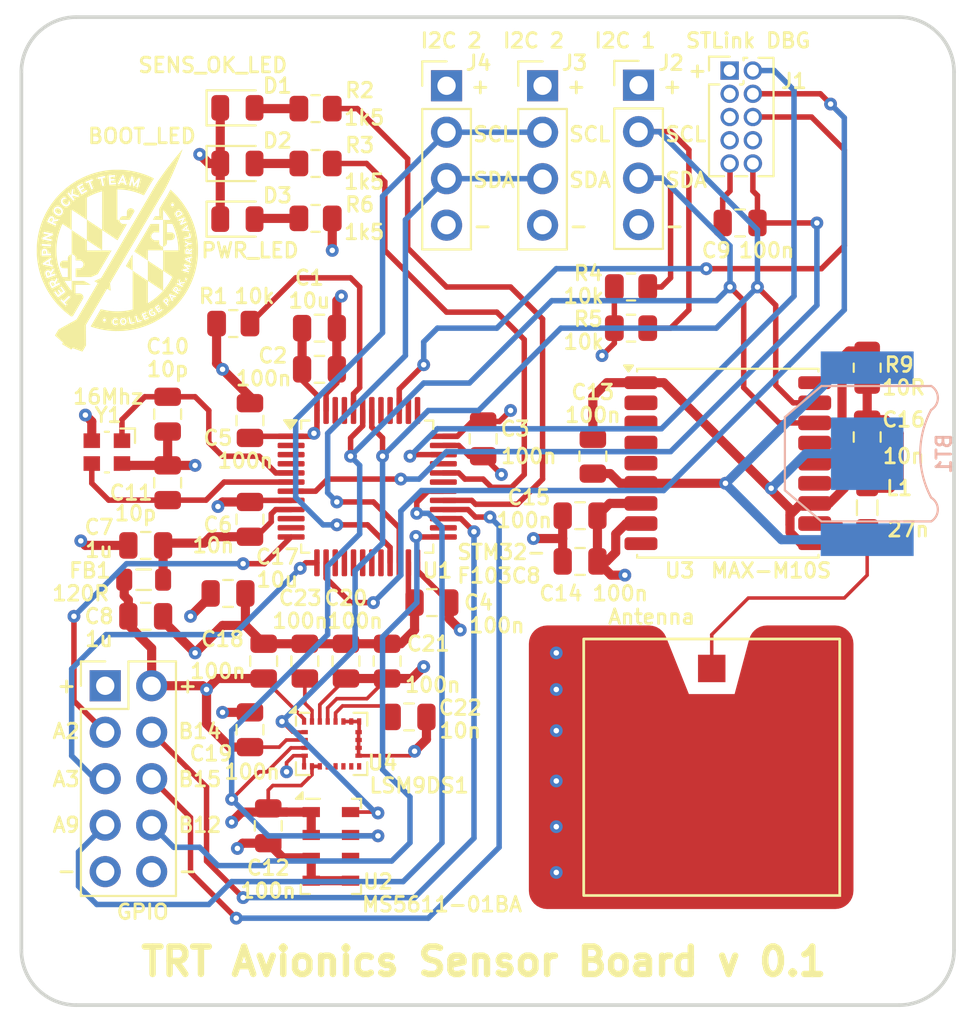
<source format=kicad_pcb>
(kicad_pcb (version 20240108) (generator "pcbnew") (generator_version "8.0")
  (layers (0 "F.Cu" signal) (1 "In1.Cu" power "Ground") (2 "In2.Cu" power "Voltage") (31 "B.Cu" signal) (34 "B.Paste" user) (35 "F.Paste" user) (36 "B.SilkS" user "B.Silkscreen") (37 "F.SilkS" user "F.Silkscreen") (38 "B.Mask" user) (39 "F.Mask" user) (44 "Edge.Cuts" user))
  (net 0 "")
  (net 1 "GND")
  (net 2 "+3.3V")
  (net 3 "/RCC_IN")
  (net 4 "/RCC_OUT")
  (net 5 "/BOOT0")
  (net 6 "/GPS/RF_IN")
  (net 7 "/GPS/V_BCKP")
  (net 8 "+3.3VA")
  (net 9 "NRST")
  (net 10 "/GPS/Antenna Power")
  (net 11 "Net-(U4-CAP)")
  (net 12 "Net-(U4-C1)")
  (net 13 "Net-(D1-A)")
  (net 14 "Net-(D2-A)")
  (net 15 "Net-(D3-A)")
  (net 16 "SWCLK")
  (net 19 "SWO")
  (net 20 "SWDIO")
  (net 21 "/SCL2")
  (net 22 "/SDA2")
  (net 23 "/SENS_OK_LED")
  (net 24 "/BOOT_LED")
  (net 25 "/GPS/VCC_RF")
  (net 26 "PA2")
  (net 33 "PB12")
  (net 37 "PA3")
  (net 39 "PB15")
  (net 46 "PB14")
  (net 50 "PA9")
  (net 52 "SCL1")
  (net 54 "SDA1")
  (footprint "Capacitor_SMD:C_0805_2012Metric" (layer "F.Cu") (at 92.2 84.25)
    (property "Reference" "C22")
    (property "Value" "10n")
  )
  (footprint "Capacitor_SMD:C_0805_2012Metric" (layer "F.Cu") (at 91 81.2 90)
    (property "Reference" "C21")
    (property "Value" "100n")
  )
  (footprint "LED_SMD:LED_0805_2012Metric" (layer "F.Cu") (at 82.8125 57.04)
    (property "Reference" "D3")
    (property "Value" "PWR_LED")
  )
  (footprint "Resistor_SMD:R_0805_2012Metric" (layer "F.Cu") (at 87.0875 57)
    (property "Reference" "R6")
    (property "Value" "1k5")
  )
  (footprint "Capacitor_SMD:C_0805_2012Metric" (layer "F.Cu") (at 83.5 68.05 90)
    (property "Reference" "C5")
    (property "Value" "100n")
  )
  (footprint "Package_LGA:LGA-24L_3x3.5mm_P0.43mm" (layer "F.Cu") (at 87.965 85.725)
    (property "Reference" "U4")
    (property "Value" "LSM9DS1")
  )
  (footprint "Capacitor_SMD:C_0805_2012Metric" (layer "F.Cu") (at 82.3 77.5)
    (property "Reference" "C17")
    (property "Value" "10u")
  )
  (footprint "Capacitor_SMD:C_0805_2012Metric" (layer "F.Cu") (at 77.8 78.75)
    (property "Reference" "C8")
    (property "Value" "1u")
  )
  (footprint "Connector_PinHeader_2.54mm:PinHeader_1x04_P2.54mm_Vertical" (layer "F.Cu") (at 99.5 49.75)
    (property "Reference" "J3")
    (property "Value" "Conn_01x04_Pin")
  )
  (footprint "MountingHole:MountingHole_2.2mm_M2" (layer "F.Cu") (at 74 49)
    (property "Reference" "H2")
    (property "Value" "MountingHole")
  )
  (footprint "LED_SMD:LED_0805_2012Metric" (layer "F.Cu") (at 82.8125 50.96)
    (property "Reference" "D1")
    (property "Value" "SENS_OK_LED")
  )
  (footprint "Resistor_SMD:R_0805_2012Metric" (layer "F.Cu") (at 117.25 65.1625 -90)
    (property "Reference" "R9")
    (property "Value" "10R")
  )
  (footprint "Capacitor_SMD:C_0805_2012Metric" (layer "F.Cu") (at 87.3 65.25)
    (property "Reference" "C2")
    (property "Value" "100n")
  )
  (footprint "MountingHole:MountingHole_2.2mm_M2" (layer "F.Cu") (at 119 97)
    (property "Reference" "H4")
    (property "Value" "MountingHole")
  )
  (footprint "Capacitor_SMD:C_0805_2012Metric" (layer "F.Cu") (at 79 67.7 -90)
    (property "Reference" "C10")
    (property "Value" "10p")
  )
  (footprint "Capacitor_SMD:C_0805_2012Metric" (layer "F.Cu") (at 110.3 57.25 180)
    (property "Reference" "C9")
    (property "Value" "100n")
  )
  (footprint "Connector_PinHeader_2.54mm:PinHeader_1x04_P2.54mm_Vertical" (layer "F.Cu") (at 94.25 49.75)
    (property "Reference" "J4")
    (property "Value" "Conn_01x04_Pin")
  )
  (footprint "Capacitor_SMD:C_0805_2012Metric" (layer "F.Cu") (at 87.3 63)
    (property "Reference" "C1")
    (property "Value" "10u")
  )
  (footprint "Capacitor_SMD:C_0805_2012Metric" (layer "F.Cu") (at 83.5 73.45 90)
    (property "Reference" "C6")
    (property "Value" "10n")
  )
  (footprint "RF_GPS:ublox_MAX" (layer "F.Cu") (at 109.63 70.38)
    (property "Reference" "U3")
    (property "Value" "MAX-M10S")
  )
  (footprint "MountingHole:MountingHole_2.2mm_M2" (layer "F.Cu") (at 74.12132 97.12132)
    (property "Reference" "H3")
    (property "Value" "MountingHole")
  )
  (footprint "Connector_PinHeader_1.27mm:PinHeader_2x05_P1.27mm_Vertical" (layer "F.Cu") (at 109.73 48.92)
    (property "Reference" "J1")
    (property "Value" "Conn_ARM_JTAG_SWD_10")
  )
  (footprint "Resistor_SMD:R_0805_2012Metric" (layer "F.Cu") (at 104.3375 60.75)
    (property "Reference" "R4")
    (property "Value" "10k")
  )
  (footprint "Resistor_SMD:R_0805_2012Metric" (layer "F.Cu") (at 87.0875 51)
    (property "Reference" "R2")
    (property "Value" "1k5")
  )
  (footprint "Capacitor_SMD:C_0805_2012Metric" (layer "F.Cu") (at 83.5 84.95 90)
    (property "Reference" "C19")
    (property "Value" "100n")
  )
  (footprint "Capacitor_SMD:C_0805_2012Metric" (layer "F.Cu") (at 79 71.45 90)
    (property "Reference" "C11")
    (property "Value" "10p")
  )
  (footprint "Package_LGA:LGA-8_3x5mm_P1.25mm" (layer "F.Cu") (at 87.925 91.325)
    (property "Reference" "U2")
    (property "Value" "MS5611-01BA")
  )
  (footprint "Resistor_SMD:R_0805_2012Metric" (layer "F.Cu") (at 104.3375 63)
    (property "Reference" "R5")
    (property "Value" "10k")
  )
  (footprint "Inductor_SMD:L_0805_2012Metric" (layer "F.Cu") (at 77.6875 76.75 180)
    (property "Reference" "FB1")
    (property "Value" "120R")
  )
  (footprint "Capacitor_SMD:C_0805_2012Metric" (layer "F.Cu") (at 117.25 68.95 -90)
    (property "Reference" "C16")
    (property "Value" "10n")
  )
  (footprint "Capacitor_SMD:C_0805_2012Metric" (layer "F.Cu") (at 84.5 90.2 -90)
    (property "Reference" "C12")
    (property "Value" "100n")
  )
  (footprint "Capacitor_SMD:C_0805_2012Metric" (layer "F.Cu") (at 77.8 74.875 180)
    (property "Reference" "C7")
    (property "Value" "1u")
  )
  (footprint "LED_SMD:LED_0805_2012Metric" (layer "F.Cu") (at 82.8125 54)
    (property "Reference" "D2")
    (property "Value" "BOOT_LED")
  )
  (footprint "Inductor_SMD:L_0805_2012Metric" (layer "F.Cu") (at 117.25 72.8125 -90)
    (property "Reference" "L1")
    (property "Value" "27n")
  )
  (footprint "Capacitor_SMD:C_0805_2012Metric" (layer "F.Cu") (at 88.75 81.2 90)
    (property "Reference" "C20")
    (property "Value" "100n")
  )
  (footprint "Connector_PinHeader_2.54mm:PinHeader_2x05_P2.54mm_Vertical" (layer "F.Cu") (at 75.585 82.545)
    (property "Reference" "J5")
    (property "Value" "GPIO")
  )
  (footprint "MountingHole:MountingHole_2.2mm_M2" (layer "F.Cu") (at 119 49)
    (property "Reference" "H1")
    (property "Value" "MountingHole")
  )
  (footprint "Capacitor_SMD:C_0805_2012Metric" (layer "F.Cu") (at 84.25 81.2 90)
    (property "Reference" "C18")
    (property "Value" "100n")
  )
  (footprint "Capacitor_SMD:C_0805_2012Metric" (layer "F.Cu") (at 101.55 73.25 180)
    (property "Reference" "C15")
    (property "Value" "100n")
  )
  (footprint "Connector_PinHeader_2.54mm:PinHeader_1x04_P2.54mm_Vertical" (layer "F.Cu") (at 104.75 49.72)
    (property "Reference" "J2")
    (property "Value" "Conn_01x04_Pin")
  )
  (footprint "Crystal:Crystal_SMD_Abracon_ABM10-4Pin_2.5x2.0mm" (layer "F.Cu") (at 75.675 69.775 -90)
    (property "Reference" "Y1")
    (property "Value" "16Mhz")
  )
  (footprint "Capacitor_SMD:C_0805_2012Metric" (layer "F.Cu") (at 101.55 75.75 180)
    (property "Reference" "C14")
    (property "Value" "100n")
  )
  (footprint "Capacitor_SMD:C_0805_2012Metric" (layer "F.Cu") (at 86.5 81.2 90)
    (property "Reference" "C23")
    (property "Value" "100n")
  )
  (footprint "Resistor_SMD:R_0805_2012Metric" (layer "F.Cu") (at 82.5875 62.75)
    (property "Reference" "R1")
    (property "Value" "10k")
  )
  (footprint "Capacitor_SMD:C_0805_2012Metric" (layer "F.Cu") (at 93.45 78 180)
    (property "Reference" "C4")
    (property "Value" "100n")
  )
  (footprint "PatchAntenna:SGGP.12.A" (layer "F.Cu") (at 108.242 89.076 180)
    (property "Reference" "Antenna1")
    (property "Value" "Antenna_Chip")
  )
  (footprint "Capacitor_SMD:C_0805_2012Metric" (layer "F.Cu") (at 96.25 69.05 -90)
    (property "Reference" "C3")
    (property "Value" "100n")
  )
  (footprint "Resistor_SMD:R_0805_2012Metric" (layer "F.Cu") (at 87.0875 54)
    (property "Reference" "R3")
    (property "Value" "1k5")
  )
  (footprint "Package_QFP:LQFP-48_7x7mm_P0.5mm" (layer "F.Cu") (at 89.9125 71.6625)
    (property "Reference" "U1")
    (property "Value" "STM32F103C8Tx")
  )
  (footprint "Capacitor_SMD:C_0805_2012Metric" (layer "F.Cu") (at 102.25 70 90)
    (property "Reference" "C13")
    (property "Value" "100n")
  )
  (footprint "LOGO" (layer "F.Cu") (at 76.250339 58.255512)
    (property "Reference" "G***" (hide yes))
    (property "Value" "LOGO" (hide yes))
  )
  (footprint "Battery:BatteryHolder_Keystone_2998_1x6.8mm" (layer "B.Cu") (at 117.25 69.8625 90)
    (property "Reference" "BT1")
    (property "Value" "Battery_Cell")
  )
  (gr_line (start 74 100) (end 119 100) (stroke (width 0.2)) (layer "Edge.Cuts"))
  (gr_line (start 122 97) (end 122 49) (stroke (width 0.2)) (layer "Edge.Cuts"))
  (gr_arc (start 71 49) (mid 71.87868 46.87868) (end 74 46) (stroke (width 0.2)) (layer "Edge.Cuts"))
  (gr_arc (start 119 46) (mid 121.12132 46.87868) (end 122 49) (stroke (width 0.2)) (layer "Edge.Cuts"))
  (gr_line (start 119 46) (end 74 46) (stroke (width 0.2)) (layer "Edge.Cuts"))
  (gr_line (start 71 49) (end 71 97) (stroke (width 0.2)) (layer "Edge.Cuts"))
  (gr_arc (start 74 100) (mid 71.87868 99.12132) (end 71 97) (stroke (width 0.2)) (layer "Edge.Cuts"))
  (gr_arc (start 122 97) (mid 121.12132 99.12132) (end 119 100) (stroke (width 0.2)) (layer "Edge.Cuts"))
  (gr_text "+" (at 72.875 83 0) (layer "F.SilkS") (effects (font (size 0.8 0.8) (thickness 0.153) (bold yes)) (justify left bottom)))
  (gr_text "Antenna" (at 103 79.25 0) (layer "F.SilkS") (effects (font (size 0.8 0.8) (thickness 0.153)) (justify left bottom)))
  (gr_text "I2C 1" (at 102.25 47.75 0) (layer "F.SilkS") (effects (font (size 0.8 0.8) (thickness 0.153)) (justify left bottom)))
  (gr_text "-" (at 79.5 93.125 0) (layer "F.SilkS") (effects (font (size 0.8 0.8) (thickness 0.153) (bold yes)) (justify left bottom)))
  (gr_text "+" (at 79.5 83 0) (layer "F.SilkS") (effects (font (size 0.8 0.8) (thickness 0.153) (bold yes)) (justify left bottom)))
  (gr_text "-" (at 95.625 57.875 0) (layer "F.SilkS") (effects (font (size 0.8 0.8) (thickness 0.153)) (justify left bottom)))
  (gr_text "-" (at 106.125 57.875 0) (layer "F.SilkS") (effects (font (size 0.8 0.8) (thickness 0.153)) (justify left bottom)))
  (gr_text "SDA" (at 106.125 55.375 0) (layer "F.SilkS") (effects (font (size 0.8 0.8) (thickness 0.153)) (justify left bottom)))
  (gr_text "SCL" (at 95.625 52.875 0) (layer "F.SilkS") (effects (font (size 0.8 0.8) (thickness 0.153)) (justify left bottom)))
  (gr_text "A3" (at 72.625 88.125 0) (layer "F.SilkS") (effects (font (size 0.8 0.8) (thickness 0.153) (bold yes)) (justify left bottom)))
  (gr_text "B15" (at 79.5 88.125 0) (layer "F.SilkS") (effects (font (size 0.8 0.8) (thickness 0.153) (bold yes)) (justify left bottom)))
  (gr_text "SCL" (at 100.875 52.875 0) (layer "F.SilkS") (effects (font (size 0.8 0.8) (thickness 0.153)) (justify left bottom)))
  (gr_text "SDA" (at 95.625 55.375 0) (layer "F.SilkS") (effects (font (size 0.8 0.8) (thickness 0.153)) (justify left bottom)))
  (gr_text "A2" (at 72.625 85.5 0) (layer "F.SilkS") (effects (font (size 0.8 0.8) (thickness 0.153) (bold yes)) (justify left bottom)))
  (gr_text "STLink DBG" (at 107.25 47.75 0) (layer "F.SilkS") (effects (font (size 0.8 0.8) (thickness 0.153)) (justify left bottom)))
  (gr_text "-" (at 72.875 93.125 0) (layer "F.SilkS") (effects (font (size 0.8 0.8) (thickness 0.153) (bold yes)) (justify left bottom)))
  (gr_text "SCL" (at 106.125 52.875 0) (layer "F.SilkS") (effects (font (size 0.8 0.8) (thickness 0.153)) (justify left bottom)))
  (gr_text "+" (at 107.375 49.375 0) (layer "F.SilkS") (effects (font (size 0.8 0.8) (thickness 0.153)) (justify left bottom)))
  (gr_text "+" (at 100.75 50.25 0) (layer "F.SilkS") (effects (font (size 0.8 0.8) (thickness 0.153)) (justify left bottom)))
  (gr_text "B12" (at 79.5 90.625 0) (layer "F.SilkS") (effects (font (size 0.8 0.8) (thickness 0.153) (bold yes)) (justify left bottom)))
  (gr_text "SDA" (at 100.875 55.375 0) (layer "F.SilkS") (effects (font (size 0.8 0.8) (thickness 0.153)) (justify left bottom)))
  (gr_text "STM32-\nF103C8\n" (at 94.75 77 0) (layer "F.SilkS") (effects (font (size 0.8 0.8) (thickness 0.153)) (justify left bottom)))
  (gr_text "A9\n" (at 72.625 90.625 0) (layer "F.SilkS") (effects (font (size 0.8 0.8) (thickness 0.153) (bold yes)) (justify left bottom)))
  (gr_text "GPIO" (at 76.125 95.375 0) (layer "F.SilkS") (effects (font (size 0.8 0.8) (thickness 0.153) (bold yes)) (justify left bottom)))
  (gr_text "I2C 2" (at 92.75 47.75 0) (layer "F.SilkS") (effects (font (size 0.8 0.8) (thickness 0.153)) (justify left bottom)))
  (gr_text "TRT Avionics Sensor Board v 0.1" (at 77.375 98.5 0) (layer "F.SilkS") (effects (font (size 1.5 1.5) (thickness 0.35) (bold yes)) (justify left bottom)))
  (gr_text "-" (at 100.875 57.875 0) (layer "F.SilkS") (effects (font (size 0.8 0.8) (thickness 0.153)) (justify left bottom)))
  (gr_text "+" (at 106 50.25 0) (layer "F.SilkS") (effects (font (size 0.8 0.8) (thickness 0.153)) (justify left bottom)))
  (gr_text "B14" (at 79.5 85.5 0) (layer "F.SilkS") (effects (font (size 0.8 0.8) (thickness 0.153) (bold yes)) (justify left bottom)))
  (gr_text "+" (at 95.5 50.25 0) (layer "F.SilkS") (effects (font (size 0.8 0.8) (thickness 0.153)) (justify left bottom)))
  (gr_text "I2C 2" (at 97.25 47.75 0) (layer "F.SilkS") (effects (font (size 0.8 0.8) (thickness 0.153)) (justify left bottom)))
  (segment (start 81.875 50.96) (end 81.875 54) (width 0.5) (layer "F.Cu") (net 1))
  (segment (start 100.6 73.25) (end 100.6 74.5) (width 0.5) (layer "F.Cu") (net 1))
  (segment (start 109.75 54.02) (end 109.73 54) (width 0.3) (layer "F.Cu") (net 1))
  (segment (start 83.5 84) (end 82 84) (width 0.5) (layer "F.Cu") (net 1))
  (segment (start 86.46 86.4) (end 86.46 86.95) (width 0.2) (layer "F.Cu") (net 1))
  (segment (start 89.04 84.5) (end 89.47 84.5) (width 0.2) (layer "F.Cu") (net 1))
  (segment (start 83.25 79.25) (end 84.25 80.25) (width 0.5) (layer "F.Cu") (net 1))
  (segment (start 79 70.5) (end 80.5 70.5) (width 0.5) (layer "F.Cu") (net 1))
  (segment (start 117.25 69.9) (end 116 71.15) (width 0.5) (layer "F.Cu") (net 1))
  (segment (start 94.91562 69.4125) (end 95.1625 69.65938) (width 0.3) (layer "F.Cu") (net 1))
  (segment (start 113.03 73.75) (end 113.03 72.88) (width 0.5) (layer "F.Cu") (net 1))
  (segment (start 86.85 93.2) (end 89 93.2) (width 0.5) (layer "F.Cu") (net 1))
  (segment (start 87.6625 66.5875) (end 88.25 66) (width 0.3) (layer "F.Cu") (net 1))
  (segment (start 74.85 68.1) (end 74.5 67.75) (width 0.5) (layer "F.Cu") (net 1))
  (segment (start 85.5 86.75) (end 85.88 86.37) (width 0.2) (layer "F.Cu") (net 1))
  (segment (start 88.25 61.5) (end 88.5 61.25) (width 0.5) (layer "F.Cu") (net 1))
  (segment (start 85.3 91.95) (end 84.5 91.15) (width 0.5) (layer "F.Cu") (net 1))
  (segment (start 96.25 70) (end 97.25 71) (width 0.3) (layer "F.Cu") (net 1))
  (segment (start 100.6 74.5) (end 100.6 75.75) (width 0.5) (layer "F.Cu") (net 1))
  (segment (start 92.5 86.125) (end 93.15 85.475) (width 0.5) (layer "F.Cu") (net 1))
  (segment (start 95.1625 69.65938) (end 95.1625 69.6625) (width 0.3) (layer "F.Cu") (net 1))
  (segment (start 86.85 91.95) (end 85.3 91.95) (width 0.5) (layer "F.Cu") (net 1))
  (segment (start 85.5 87.25) (end 85.5 86.75) (width 0.2) (layer "F.Cu") (net 1))
  (segment (start 95.5 70) (end 96.25 70) (width 0.3) (layer "F.Cu") (net 1))
  (segment (start 82 65.25) (end 81.675 64.925) (width 0.5) (layer "F.Cu") (net 1))
  (segment (start 88.25 63) (end 88.25 65.25) (width 0.5) (layer "F.Cu") (net 1))
  (segment (start 116 71.15) (end 116 71.75) (width 0.5) (layer "F.Cu") (net 1))
  (segment (start 93.15 85.475) (end 93.15 84.25) (width 0.5) (layer "F.Cu") (net 1))
  (segment (start 103.02 65.98) (end 102.25 66.75) (width 0.5) (layer "F.Cu") (net 1))
  (segment (start 115.17 72.58) (end 114.38 72.58) (width 0.5) (layer "F.Cu") (net 1))
  (segment (start 116 71.75) (end 115.17 72.58) (width 0.5) (layer "F.Cu") (net 1))
  (segment (start 74.5 74.875) (end 76.85 74.875) (width 0.5) (layer "F.Cu") (net 1))
  (segment (start 79 68.65) (end 79 70.5) (width 0.5) (layer "F.Cu") (net 1))
  (segment (start 92.1625 77.6625) (end 92.5 78) (width 0.3) (layer "F.Cu") (net 1))
  (segment (start 88.61 84.5) (end 89.04 84.5) (width 0.2) (layer "F.Cu") (net 1))
  (segment (start 80.5 80.75) (end 78.75 79) (width 0.5) (layer "F.Cu") (net 1))
  (segment (start 113.03 73.75) (end 113.03 73.20522) (width 0.5) (layer "F.Cu") (net 1))
  (segment (start 104.88 65.98) (end 103.02 65.98) (width 0.5) (layer "F.Cu") (net 1))
  (segment (start 109.35 57.25) (end 109.35 55.9) (width 0.3) (layer "F.Cu") (net 1))
  (segment (start 81.25 54) (end 80.75 53.5) (width 0.5) (layer "F.Cu") (net 1))
  (segment (start 94.075 69.4125) (end 94.91562 69.4125) (width 0.3) (layer "F.Cu") (net 1))
  (segment (start 76.6 70.5) (end 76.5 70.4) (width 0.5) (layer "F.Cu") (net 1))
  (segment (start 81.875 54) (end 81.25 54) (width 0.5) (layer "F.Cu") (net 1))
  (segment (start 92.255 86.37) (end 89.44 86.37) (width 0.2) (layer "F.Cu") (net 1))
  (segment (start 83.5 72.5) (end 82 72.5) (width 0.5) (layer "F.Cu") (net 1))
  (segment (start 102.25 66.75) (end 102.25 69.05) (width 0.5) (layer "F.Cu") (net 1))
  (segment (start 85.88 86.37) (end 86.49 86.37) (width 0.2) (layer "F.Cu") (net 1))
  (segment (start 89.44 85.08) (end 89.44 85.51) (width 0.2) (layer "F.Cu") (net 1))
  (segment (start 106.13 65.98) (end 104.88 65.98) (width 0.5) (layer "F.Cu") (net 1))
  (segment (start 85.75 72.4125) (end 83.3375 72.4125) (width 0.3) (layer "F.Cu") (net 1))
  (segment (start 113.03 74.15478) (end 113.03 73.75) (width 0.5) (layer "F.Cu") (net 1))
  (segment (start 74.85 69.15) (end 74.85 68.1) (width 0.5) (layer "F.Cu") (net 1))
  (segment (start 92.1625 75.825) (end 92.1625 77.6625) (width 0.3) (layer "F.Cu") (net 1))
  (segment (start 109.75 55.5) (end 109.75 54.02) (width 0.3) (layer "F.Cu") (net 1))
  (segment (start 113.65522 74.78) (end 113.03 74.15478) (width 0.5) (layer "F.Cu") (net 1))
  (segment (start 82 72.5) (end 81.75 72.75) (width 0.5) (layer "F.Cu") (net 1))
  (segment (start 113.03 72.88) (end 106.13 65.98) (width 0.5) (layer "F.Cu") (net 1))
  (segment (start 100.6 74.5) (end 99 74.5) (width 0.5) (layer "F.Cu") (net 1))
  (segment (start 86.49 86.37) (end 86.46 86.4) (width 0.2) (layer "F.Cu") (net 1))
  (segment (start 86.5 80.25) (end 88.75 80.25) (width 0.5) (layer "F.Cu") (net 1))
  (segment (start 89.44 85.94) (end 89.44 86.37) (width 0.2) (layer "F.Cu") (net 1))
  (segment (start 84.25 80.25) (end 86.5 80.25) (width 0.5) (layer "F.Cu") (net 1))
  (segment (start 92.5 79.5) (end 92.5 78) (width 0.5) (layer "F.Cu") (net 1))
  (segment (start 80.5 80.75) (end 82 79.25) (width 0.5) (layer "F.Cu") (net 1))
  (segment (start 78.75 79) (end 78.75 78.75) (width 0.5) (layer "F.Cu") (net 1))
  (segment (start 109.35 55.9) (end 109.75 55.5) (width 0.3) (layer "F.Cu") (net 1))
  (segment (start 83.5 67.1) (end 83.5 66.75) (width 0.5) (layer "F.Cu") (net 1))
  (segment (start 89.47 84.5) (end 89.47 85.05) (width 0.2) (layer "F.Cu") (net 1))
  (segment (start 83.3375 72.4125) (end 83.25 72.5) (width 0.3) (layer "F.Cu") (net 1))
  (segment (start 87.6625 67.5) (end 87.6625 66.5875) (width 0.3) (layer "F.Cu") (net 1))
  (segment (start 86.85 91.95) (end 86.85 93.2) (width 0.5) (layer "F.Cu") (net 1))
  (segment (start 88.75 80.25) (end 91 80.25) (width 0.5) (layer "F.Cu") (net 1))
  (segment (start 81.675 64.925) (end 81.675 62.75) (width 0.5) (layer "F.Cu") (net 1))
  (segment (start 91.75 80.25) (end 92.5 79.5) (width 0.5) (layer "F.Cu") (net 1))
  (segment (start 89.47 85.05) (end 89.44 85.08) (width 0.2) (layer "F.Cu") (net 1))
  (segment (start 92.5 86.125) (end 92.255 86.37) (width 0.2) (layer "F.Cu") (net 1))
  (segment (start 91 80.25) (end 91.75 80.25) (width 0.5) (layer "F.Cu") (net 1))
  (segment (start 74.25 74.625) (end 74.5 74.875) (width 0.5) (layer "F.Cu") (net 1))
  (segment (start 114.38 74.78) (end 113.65522 74.78) (width 0.5) (layer "F.Cu") (net 1))
  (segment (start 82.8125 91.4375) (end 83.1 91.15) (width 0.5) (layer "F.Cu") (net 1))
  (segment (start 82 79.25) (end 83.25 79.25) (width 0.5) (layer "F.Cu") (net 1))
  (segment (start 81.875 54) (end 81.875 57.04) (width 0.5) (layer "F.Cu") (net 1))
  (segment (start 113.65522 72.58) (end 114.38 72.58) (width 0.5) (layer "F.Cu") (net 1))
  (segment (start 113.03 73.20522) (end 113.65522 72.58) (width 0.5) (layer "F.Cu") (net 1))
  (segment (start 88.25 66) (end 88.25 65.25) (width 0.3) (layer "F.Cu") (net 1))
  (segment (start 89.44 85.51) (end 89.44 85.94) (width 0.2) (layer "F.Cu") (net 1))
  (segment (start 83.5 66.75) (end 82 65.25) (width 0.5) (layer "F.Cu") (net 1))
  (segment (start 83.1 91.15) (end 84.5 91.15) (width 0.5) (layer "F.Cu") (net 1))
  (segment (start 88.25 63) (end 88.25 61.5) (width 0.5) (layer "F.Cu") (net 1))
  (segment (start 79 70.5) (end 76.6 70.5) (width 0.5) (layer "F.Cu") (net 1))
  (segment (start 95.1625 69.6625) (end 95.5 70) (width 0.3) (layer "F.Cu") (net 1))
  (segment (start 83.25 77.5) (end 83.25 79.25) (width 0.5) (layer "F.Cu") (net 1))
  (via (at 100.25 80.75) (size 0.7) (drill 0.3) (layers "F.Cu" "B.Cu") (net 1))
  (via (at 92.5 86.125) (size 0.7) (drill 0.3) (layers "F.Cu" "B.Cu") (net 1))
  (via (at 100.25 87.75) (size 0.7) (drill 0.3) (layers "F.Cu" "B.Cu") (net 1))
  (via (at 100.25 85) (size 0.7) (drill 0.3) (layers "F.Cu" "B.Cu") (net 1))
  (via (at 82 84) (size 0.7) (drill 0.3) (layers "F.Cu" "B.Cu") (net 1))
  (via (at 80.75 53.5) (size 0.7) (drill 0.3) (layers "F.Cu" "B.Cu") (net 1))
  (via (at 100.25 92.75) (size 0.7) (drill 0.3) (layers "F.Cu" "B.Cu") (net 1))
  (via (at 100.25 90.25) (size 0.7) (drill 0.3) (layers "F.Cu" "B.Cu") (net 1))
  (via (at 82.8125 91.4375) (size 0.7) (drill 0.3) (layers "F.Cu" "B.Cu") (net 1))
  (via (at 74.5 67.75) (size 0.7) (drill 0.3) (layers "F.Cu" "B.Cu") (net 1))
  (via (at 80.5 80.75) (size 0.7) (drill 0.3) (layers "F.Cu" "B.Cu") (net 1))
  (via (at 97.25 71) (size 0.7) (drill 0.3) (layers "F.Cu" "B.Cu") (net 1))
  (via (at 81.75 72.75) (size 0.7) (drill 0.3) (layers "F.Cu" "B.Cu") (net 1))
  (via (at 85.5 87.25) (size 0.7) (drill 0.3) (layers "F.Cu" "B.Cu") (net 1))
  (via (at 80.5 70.5) (size 0.7) (drill 0.3) (layers "F.Cu" "B.Cu") (net 1))
  (via (at 74.25 74.625) (size 0.7) (drill 0.3) (layers "F.Cu" "B.Cu") (net 1))
  (via (at 88.5 61.25) (size 0.7) (drill 0.3) (layers "F.Cu" "B.Cu") (net 1))
  (via (at 99 74.5) (size 0.7) (drill 0.3) (layers "F.Cu" "B.Cu") (net 1))
  (via (at 112 71.75) (size 0.7) (drill 0.3) (layers "F.Cu" "B.Cu") (net 1))
  (via (at 100.25 82.75) (size 0.7) (drill 0.3) (layers "F.Cu" "B.Cu") (net 1))
  (via (at 82 65.25) (size 0.7) (drill 0.3) (layers "F.Cu" "B.Cu") (net 1))
  (segment (start 112 71.75) (end 113.8875 69.8625) (width 0.5) (layer "B.Cu") (net 1))
  (segment (start 113.8875 69.8625) (end 117.25 69.8625) (width 0.5) (layer "B.Cu") (net 1))
  (segment (start 80.25 78.75) (end 81.35 77.65) (width 0.5) (layer "F.Cu") (net 2))
  (segment (start 84.5 88.25) (end 84.75 88) (width 0.2) (layer "F.Cu") (net 2))
  (segment (start 87.32 83.58) (end 88.75 82.15) (width 0.2) (layer "F.Cu") (net 2))
  (segment (start 85.5 89.45) (end 84.7 89.45) (width 0.5) (layer "F.Cu") (net 2))
  (segment (start 88.9 82.15) (end 88.75 82.15) (width 0.2) (layer "F.Cu") (net 2))
  (segment (start 81.725 82.15) (end 84.25 82.15) (width 0.5) (layer "F.Cu") (net 2))
  (segment (start 94.075 68.9125) (end 94.8375 68.9125) (width 0.3) (layer "F.Cu") (net 2))
  (segment (start 103.17 72.58) (end 104.88 72.58) (width 0.5) (layer "F.Cu") (net 2))
  (segment (start 95.65 68.1) (end 96.25 68.1) (width 0.3) (layer "F.Cu") (net 2))
  (segment (start 94.4 78.9) (end 94.4 78) (width 0.5) (layer "F.Cu") (net 2))
  (segment (start 87.75 84.5) (end 87.75 83.75) (width 0.2) (layer "F.Cu") (net 2))
  (segment (start 103.425 60.75) (end 103.425 63) (width 0.3) (layer "F.Cu") (net 2))
  (segment (start 86.46 84.36) (end 84.25 82.15) (width 0.2) (layer "F.Cu") (net 2))
  (segment (start 76.85 78.75) (end 76.85 77.85) (width 0.5) (layer "F.Cu") (net 2))
  (segment (start 76.85 79.225) (end 78.125 80.5) (width 0.5) (layer "F.Cu") (net 2))
  (segment (start 93 81.5) (end 92.35 82.15) (width 0.5) (layer "F.Cu") (net 2))
  (segment (start 84.7 89.45) (end 84.5 89.25) (width 0.5) (layer "F.Cu") (net 2))
  (segment (start 88.25 83.25) (end 89.9 83.25) (width 0.2) (layer "F.Cu") (net 2))
  (segment (start 97.15 68.1) (end 97.75 67.5) (width 0.3) (layer "F.Cu") (net 2))
  (segment (start 86.8375 68.9125) (end 87 68.75) (width 0.3) (layer "F.Cu") (net 2))
  (segment (start 76.625 77.625) (end 76.625 76.75) (width 0.5) (layer "F.Cu") (net 2))
  (segment (start 84.5 89.25) (end 84.5 88.25) (width 0.2) (layer "F.Cu") (net 2))
  (segment (start 87.1625 67.5) (end 87.1625 68.5875) (width 0.3) (layer "F.Cu") (net 2))
  (segment (start 83.5875 68.9125) (end 83.5 69) (width 0.3) (layer "F.Cu") (net 2))
  (segment (start 94.8375 68.9125) (end 95.65 68.1) (width 0.3) (layer "F.Cu") (net 2))
  (segment (start 104.07 73.68) (end 103.5 74.25) (width 0.5) (layer "F.Cu") (net 2))
  (segment (start 95 79.5) (end 94.4 78.9) (width 0.5) (layer "F.Cu") (net 2))
  (segment (start 92.6625 76.2625) (end 94.4 78) (width 0.3) (layer "F.Cu") (net 2))
  (segment (start 85.75 68.9125) (end 83.5875 68.9125) (width 0.3) (layer "F.Cu") (net 2))
  (segment (start 102.5 75.75) (end 102.5 73.25) (width 0.5) (layer "F.Cu") (net 2))
  (segment (start 83.05 89.45) (end 85.5 89.45) (width 0.5) (layer "F.Cu") (net 2))
  (segment (start 89.9 83.25) (end 91 82.15) (width 0.2) (layer "F.Cu") (net 2))
  (segment (start 81.125 82.75) (end 81.725 82.15) (width 0.5) (layer "F.Cu") (net 2))
  (segment (start 86.85 89.45) (end 85.5 89.45) (width 0.5) (layer "F.Cu") (net 2))
  (segment (start 102.5 73.25) (end 103.17 72.58) (width 0.5) (layer "F.Cu") (net 2))
  (segment (start 87.1625 66.6625) (end 86.35 65.85) (width 0.3) (layer "F.Cu") (net 2))
  (segment (start 76.85 77.85) (end 76.625 77.625) (width 0.5) (layer "F.Cu") (net 2))
  (segment (start 84.75 88) (end 86.3 88) (width 0.2) (layer "F.Cu") (net 2))
  (segment (start 81.125 82.75) (end 81.125 84.625) (width 0.5) (layer "F.Cu") (net 2))
  (segment (start 82.4 85.9) (end 83.5 85.9) (width 0.5) (layer "F.Cu") (net 2))
  (segment (start 102.5 75.75) (end 103.25 76.5) (width 0.5) (layer "F.Cu") (net 2))
  (segment (start 76.85 78.75) (end 76.85 79.225) (width 0.5) (layer "F.Cu") (net 2))
  (segment (start 86.3 88) (end 86.89 87.41) (width 0.2) (layer "F.Cu") (net 2))
  (segment (start 103.25 76.5) (end 104 76.5) (width 0.5) (layer "F.Cu") (net 2))
  (segment (start 103 75.75) (end 102.5 75.75) (width 0.5) (layer "F.Cu") (net 2))
  (segment (start 103.425 63.825) (end 102.75 64.5) (width 0.3) (layer "F.Cu") (net 2))
  (segment (start 103.5 74.25) (end 103.5 75.25) (width 0.5) (layer "F.Cu") (net 2))
  (segment (start 85.1 85.9) (end 83.5 85.9) (width 0.2) (layer "F.Cu") (net 2))
  (segment (start 81.125 84.625) (end 82.4 85.9) (width 0.5) (layer "F.Cu") (net 2))
  (segment (start 87.32 86.95) (end 86.89 86.95) (width 0.2) (layer "F.Cu") (net 2))
  (segment (start 104.88 73.68) (end 104.07 73.68) (width 0.5) (layer "F.Cu") (net 2))
  (segment (start 103.425 63) (end 103.425 63.825) (width 0.3) (layer "F.Cu") (net 2))
  (segment (start 86.49 85.51) (end 85.49 85.51) (width 0.2) (layer "F.Cu") (net 2))
  (segment (start 86.35 65.85) (end 86.35 65.25) (width 0.3) (layer "F.Cu") (net 2))
  (segment (start 87.1625 68.5875) (end 87 68.75) (width 0.3) (layer "F.Cu") (net 2))
  (segment (start 78.125 80.5) (end 78.125 82.545) (width 0.5) (layer "F.Cu") (net 2))
  (segment (start 103.5 75.25) (end 103 75.75) (width 0.5) (layer "F.Cu") (net 2))
  (segment (start 85.49 85.51) (end 85.1 85.9) (width 0.2) (layer "F.Cu") (net 2))
  (segment (start 92 82.15) (end 91 82.15) (width 0.5) (layer "F.Cu") (net 2))
  (segment (start 92.35 82.15) (end 92 82.15) (width 0.5) (layer "F.Cu") (net 2))
  (segment (start 82.5 90) (end 83.05 89.45) (width 0.5) (layer "F.Cu") (net 2))
  (segment (start 85.75 68.9125) (end 86.8375 68.9125) (width 0.3) (layer "F.Cu") (net 2))
  (segment (start 86.46 84.5) (end 86.46 84.36) (width 0.2) (layer "F.Cu") (net 2))
  (segment (start 92 82.15) (end 88.75 82.15) (width 0.5) (layer "F.Cu") (net 2))
  (segment (start 87.1625 67.5) (end 87.1625 66.6625) (width 0.3) (layer "F.Cu") (net 2))
  (segment (start 88 57) (end 88 58.75) (width 0.5) (layer "F.Cu") (net 2))
  (segment (start 87.32 84.5) (end 87.32 83.58) (width 0.2) (layer "F.Cu") (net 2))
  (segment (start 81.125 82.75) (end 80.92 82.545) (width 0.5) (layer "F.Cu") (net 2))
  (segment (start 86.85 90.7) (end 86.85 89.45) (width 0.5) (layer "F.Cu") (net 2))
  (segment (start 96.25 68.1) (end 97.15 68.1) (width 0.3) (layer "F.Cu") (net 2))
  (segment (start 92.6625 75.825) (end 92.6625 76.2625) (width 0.3) (layer "F.Cu") (net 2))
  (segment (start 81.35 77.65) (end 81.35 77.5) (width 0.5) (layer "F.Cu") (net 2))
  (segment (start 80.92 82.545) (end 78.125 82.545) (width 0.5) (layer "F.Cu") (net 2))
  (segment (start 87.75 83.75) (end 88.25 83.25) (width 0.2) (layer "F.Cu") (net 2))
  (segment (start 86.35 63) (end 86.35 65.25) (width 0.5) (layer "F.Cu") (net 2))
  (segment (start 86.89 87.41) (end 86.89 86.95) (width 0.2) (layer "F.Cu") (net 2))
  (via (at 80.25 78.75) (size 0.7) (drill 0.3) (layers "F.Cu" "B.Cu") (net 2))
  (via (at 82.5 90) (size 0.7) (drill 0.3) (layers "F.Cu" "B.Cu") (net 2))
  (via (at 104 76.5) (size 0.7) (drill 0.3) (layers "F.Cu" "B.Cu") (net 2))
  (via (at 81.125 82.75) (size 0.7) (drill 0.3) (layers "F.Cu" "B.Cu") (net 2))
  (via (at 93 81.5) (size 0.7) (drill 0.3) (layers "F.Cu" "B.Cu") (net 2))
  (via (at 95 79.5) (size 0.7) (drill 0.3) (layers "F.Cu" "B.Cu") (net 2))
  (via (at 87 68.75) (size 0.7) (drill 0.3) (layers "F.Cu" "B.Cu") (net 2))
  (via (at 97.75 67.5) (size 0.7) (drill 0.3) (layers "F.Cu" "B.Cu") (net 2))
  (via (at 102.75 64.5) (size 0.7) (drill 0.3) (layers "F.Cu" "B.Cu") (net 2))
  (via (at 88 58.75) (size 0.7) (drill 0.3) (layers "F.Cu" "B.Cu") (net 2))
  (segment (start 85.75 70.9125) (end 84.90938 70.9125) (width 0.3) (layer "F.Cu") (net 3))
  (segment (start 83.99688 70) (end 82 70) (width 0.3) (layer "F.Cu") (net 3))
  (segment (start 77.75 66.75) (end 76.5 68) (width 0.3) (layer "F.Cu") (net 3))
  (segment (start 81.25 69.25) (end 81.25 67.5) (width 0.3) (layer "F.Cu") (net 3))
  (segment (start 84.90938 70.9125) (end 84.49844 70.50156) (width 0.3) (layer "F.Cu") (net 3))
  (segment (start 80.5 66.75) (end 79 66.75) (width 0.3) (layer "F.Cu") (net 3))
  (segment (start 76.5 68) (end 76.5 69.15) (width 0.3) (layer "F.Cu") (net 3))
  (segment (start 82 70) (end 81.25 69.25) (width 0.3) (layer "F.Cu") (net 3))
  (segment (start 84.25 70.25312) (end 83.99688 70) (width 0.3) (layer "F.Cu") (net 3))
  (segment (start 81.25 67.5) (end 80.5 66.75) (width 0.3) (layer "F.Cu") (net 3))
  (segment (start 79 66.75) (end 77.75 66.75) (width 0.3) (layer "F.Cu") (net 3))
  (segment (start 84.49844 70.50156) (end 84.25 70.25312) (width 0.3) (layer "F.Cu") (net 3))
  (segment (start 75.775 72.4) (end 74.85 71.475) (width 0.3) (layer "F.Cu") (net 4))
  (segment (start 79 72.4) (end 75.775 72.4) (width 0.3) (layer "F.Cu") (net 4))
  (segment (start 81.1 72.4) (end 79 72.4) (width 0.3) (layer "F.Cu") (net 4))
  (segment (start 82.0875 71.4125) (end 81.1 72.4) (width 0.3) (layer "F.Cu") (net 4))
  (segment (start 85.75 71.4125) (end 82.0875 71.4125) (width 0.3) (layer "F.Cu") (net 4))
  (segment (start 74.85 71.475) (end 74.85 70.4) (width 0.3) (layer "F.Cu") (net 4))
  (segment (start 83.5 62.75) (end 86 60.25) (width 0.3) (layer "F.Cu") (net 5))
  (segment (start 89 60.25) (end 89.5 60.75) (width 0.3) (layer "F.Cu") (net 5))
  (segment (start 89.1625 66.5875) (end 89.1625 67.5) (width 0.3) (layer "F.Cu") (net 5))
  (segment (start 89.5 60.75) (end 89.5 66.25) (width 0.3) (layer "F.Cu") (net 5))
  (segment (start 89.5 66.25) (end 89.1625 66.5875) (width 0.3) (layer "F.Cu") (net 5))
  (segment (start 86 60.25) (end 89 60.25) (width 0.3) (layer "F.Cu") (net 5))
  (segment (start 117.25 73.875) (end 116 73.875) (width 0.19) (layer "F.Cu") (net 6))
  (segment (start 110.75 77.75) (end 116 77.75) (width 0.19) (layer "F.Cu") (net 6))
  (segment (start 115.805 73.68) (end 114.38 73.68) (width 0.19) (layer "F.Cu") (net 6))
  (segment (start 108.75 81.6) (end 108.75 79.75) (width 0.19) (layer "F.Cu") (net 6))
  (segment (start 116 73.875) (end 115.805 73.68) (width 0.19) (layer "F.Cu") (net 6))
  (segment (start 108.75 79.75) (end 110.75 77.75) (width 0.19) (layer "F.Cu") (net 6))
  (segment (start 116 77.75) (end 117.25 76.5) (width 0.19) (layer "F.Cu") (net 6))
  (segment (start 117.25 76.5) (end 117.25 73.875) (width 0.19) (layer "F.Cu") (net 6))
  (segment (start 103.2 70.95) (end 102.25 70.95) (width 0.5) (layer "F.Cu") (net 7))
  (segment (start 104.88 71.48) (end 103.73 71.48) (width 0.5) (layer "F.Cu") (net 7))
  (segment (start 103.73 71.48) (end 103.2 70.95) (width 0.5) (layer "F.Cu") (net 7))
  (segment (start 109.5 71.48) (end 104.88 71.48) (width 0.5) (layer "F.Cu") (net 7))
  (via (at 109.5 71.48) (size 0.7) (drill 0.3) (layers "F.Cu" "B.Cu") (net 7))
  (segment (start 112.5625 74.5625) (end 117.25 74.5625) (width 0.5) (layer "B.Cu") (net 7))
  (segment (start 109.52 71.48) (end 115.8375 65.1625) (width 0.5) (layer "B.Cu") (net 7))
  (segment (start 115.8375 65.1625) (end 117.25 65.1625) (width 0.5) (layer "B.Cu") (net 7))
  (segment (start 109.5 71.48) (end 109.5 71.5) (width 0.5) (layer "B.Cu") (net 7))
  (segment (start 109.5 71.5) (end 112.5625 74.5625) (width 0.5) (layer "B.Cu") (net 7))
  (segment (start 109.5 71.48) (end 109.52 71.48) (width 0.5) (layer "B.Cu") (net 7))
  (segment (start 78.75 76.75) (end 78.75 74.75) (width 0.5) (layer "F.Cu") (net 8))
  (segment (start 84.6625 73.15938) (end 84.6625 73.5875) (width 0.3) (layer "F.Cu") (net 8))
  (segment (start 83.85 74.4) (end 83.25 74.4) (width 0.3) (layer "F.Cu") (net 8))
  (segment (start 81.35 74.4) (end 83.5 74.4) (width 0.5) (layer "F.Cu") (net 8))
  (segment (start 78.75 74.75) (end 81 74.75) (width 0.5) (layer "F.Cu") (net 8))
  (segment (start 85.75 72.9125) (end 84.90938 72.9125) (width 0.3) (layer "F.Cu") (net 8))
  (segment (start 84.90938 72.9125) (end 84.6625 73.15938) (width 0.3) (layer "F.Cu") (net 8))
  (segment (start 84.6625 73.5875) (end 83.85 74.4) (width 0.3) (layer "F.Cu") (net 8))
  (segment (start 81 74.75) (end 81.35 74.4) (width 0.5) (layer "F.Cu") (net 8))
  (segment (start 85.75 71.9125) (end 87.0875 71.9125) (width 0.3) (layer "F.Cu") (net 9))
  (segment (start 111.25 57.25) (end 111.25 55.75) (width 0.3) (layer "F.Cu") (net 9))
  (segment (start 111.25 55.75) (end 111 55.5) (width 0.3) (layer "F.Cu") (net 9))
  (segment (start 87.0875 71.9125) (end 87.75 71.25) (width 0.3) (layer "F.Cu") (net 9))
  (segment (start 87.75 71.25) (end 91.75 71.25) (width 0.3) (layer "F.Cu") (net 9))
  (segment (start 111 55.5) (end 111 54) (width 0.3) (layer "F.Cu") (net 9))
  (segment (start 114.5 57.25) (end 111.25 57.25) (width 0.3) (layer "F.Cu") (net 9))
  (via (at 91.75 71.25) (size 0.7) (drill 0.3) (layers "F.Cu" "B.Cu") (net 9))
  (via (at 114.5 57.25) (size 0.7) (drill 0.3) (layers "F.Cu" "B.Cu") (net 9))
  (segment (start 92.75 71.25) (end 91.75 71.25) (width 0.3) (layer "B.Cu") (net 9))
  (segment (start 114.5 57.25) (end 114.5 61.75) (width 0.3) (layer "B.Cu") (net 9))
  (segment (start 114.5 61.75) (end 106.5 69.75) (width 0.3) (layer "B.Cu") (net 9))
  (segment (start 94.25 69.75) (end 92.75 71.25) (width 0.3) (layer "B.Cu") (net 9))
  (segment (start 106.5 69.75) (end 94.25 69.75) (width 0.3) (layer "B.Cu") (net 9))
  (segment (start 117.25 66.075) (end 117.25 68) (width 0.5) (layer "F.Cu") (net 10))
  (segment (start 118.25 68) (end 119 68.75) (width 0.5) (layer "F.Cu") (net 10))
  (segment (start 118.5 71.75) (end 117.25 71.75) (width 0.5) (layer "F.Cu") (net 10))
  (segment (start 119 68.75) (end 119 71.25) (width 0.5) (layer "F.Cu") (net 10))
  (segment (start 117.25 68) (end 118.25 68) (width 0.5) (layer "F.Cu") (net 10))
  (segment (start 119 71.25) (end 118.5 71.75) (width 0.5) (layer "F.Cu") (net 10))
  (segment (start 90.65 83.65) (end 91.25 84.25) (width 0.2) (layer "F.Cu") (net 11))
  (segment (start 88.18 84.5) (end 88.18 84.030686) (width 0.2) (layer "F.Cu") (net 11))
  (segment (start 88.560686 83.65) (end 90.65 83.65) (width 0.2) (layer "F.Cu") (net 11))
  (segment (start 88.18 84.030686) (end 88.560686 83.65) (width 0.2) (layer "F.Cu") (net 11))
  (segment (start 86.5 83.5) (end 86.5 82.15) (width 0.2) (layer "F.Cu") (net 12))
  (segment (start 86.89 83.89) (end 86.5 83.5) (width 0.2) (layer "F.Cu") (net 12))
  (segment (start 86.46 82.19) (end 86.5 82.15) (width 0.2) (layer "F.Cu") (net 12))
  (segment (start 86.89 84.5) (end 86.89 83.89) (width 0.2) (layer "F.Cu") (net 12))
  (segment (start 83.79 51) (end 83.75 50.96) (width 0.5) (layer "F.Cu") (net 13))
  (segment (start 86.175 51) (end 83.79 51) (width 0.5) (layer "F.Cu") (net 13))
  (segment (start 86.175 54) (end 83.75 54) (width 0.5) (layer "F.Cu") (net 14))
  (segment (start 86.175 57) (end 83.79 57) (width 0.5) (layer "F.Cu") (net 15))
  (segment (start 83.79 57) (end 83.75 57.04) (width 0.5) (layer "F.Cu") (net 15))
  (segment (start 114.69 50.19) (end 111 50.19) (width 0.3) (layer "F.Cu") (net 16))
  (segment (start 87.6625 76.66562) (end 88.99688 78) (width 0.3) (layer "F.Cu") (net 16))
  (segment (start 115.25 50.75) (end 114.69 50.19) (width 0.3) (layer "F.Cu") (net 16))
  (segment (start 87.6625 75.825) (end 87.6625 76.66562) (width 0.3) (layer "F.Cu") (net 16))
  (segment (start 88.99688 78) (end 90.25 78) (width 0.3) (layer "F.Cu") (net 16))
  (via (at 115.25 50.75) (size 0.7) (drill 0.3) (layers "F.Cu" "B.Cu") (net 16))
  (via (at 90.25 78) (size 0.7) (drill 0.3) (layers "F.Cu" "B.Cu") (net 16))
  (segment (start 91.75 73) (end 91.75 76.5) (width 0.3) (layer "B.Cu") (net 16))
  (segment (start 106.125 71.875) (end 92.875 71.875) (width 0.3) (layer "B.Cu") (net 16))
  (segment (start 116 62) (end 106.125 71.875) (width 0.3) (layer "B.Cu") (net 16))
  (segment (start 92.875 71.875) (end 91.75 73) (width 0.3) (layer "B.Cu") (net 16))
  (segment (start 91.75 76.5) (end 90.25 78) (width 0.3) (layer "B.Cu") (net 16))
  (segment (start 116 51.5) (end 116 62) (width 0.3) (layer "B.Cu") (net 16))
  (segment (start 115.25 50.75) (end 116 51.5) (width 0.3) (layer "B.Cu") (net 16))
  (segment (start 114.21 51.46) (end 111 51.46) (width 0.3) (layer "F.Cu") (net 19))
  (segment (start 116 53.25) (end 114.21 51.46) (width 0.3) (layer "F.Cu") (net 19))
  (segment (start 114.75 59.75) (end 116 58.5) (width 0.3) (layer "F.Cu") (net 19))
  (segment (start 108.45 59.75) (end 114.75 59.75) (width 0.3) (layer "F.Cu") (net 19))
  (segment (start 91.6625 67.5) (end 91.6625 66.3375) (width 0.3) (layer "F.Cu") (net 19))
  (segment (start 116 58.5) (end 116 53.25) (width 0.3) (layer "F.Cu") (net 19))
  (segment (start 91.6625 66.3375) (end 93 65) (width 0.3) (layer "F.Cu") (net 19))
  (via (at 93 65) (size 0.7) (drill 0.3) (layers "F.Cu" "B.Cu") (net 19))
  (via (at 108.45 59.75) (size 0.7) (drill 0.3) (layers "F.Cu" "B.Cu") (net 19))
  (segment (start 93 65) (end 93 63.75) (width 0.3) (layer "B.Cu") (net 19))
  (segment (start 100.25 59.75) (end 108.45 59.75) (width 0.3) (layer "B.Cu") (net 19))
  (segment (start 97 63) (end 100.25 59.75) (width 0.3) (layer "B.Cu") (net 19))
  (segment (start 93.75 63) (end 97 63) (width 0.3) (layer "B.Cu") (net 19))
  (segment (start 93 63.75) (end 93.75 63) (width 0.3) (layer "B.Cu") (net 19))
  (segment (start 92.3375 69.9125) (end 92.25 70) (width 0.3) (layer "F.Cu") (net 20))
  (segment (start 94.075 69.9125) (end 92.3375 69.9125) (width 0.3) (layer "F.Cu") (net 20))
  (via (at 92.25 70) (size 0.7) (drill 0.3) (layers "F.Cu" "B.Cu") (net 20))
  (segment (start 113.25 50) (end 112.17 48.92) (width 0.3) (layer "B.Cu") (net 20))
  (segment (start 92.25 70) (end 93.75 68.5) (width 0.3) (layer "B.Cu") (net 20))
  (segment (start 93.75 68.5) (end 106 68.5) (width 0.3) (layer "B.Cu") (net 20))
  (segment (start 106 68.5) (end 113.25 61.25) (width 0.3) (layer "B.Cu") (net 20))
  (segment (start 113.25 61.25) (end 113.25 50) (width 0.3) (layer "B.Cu") (net 20))
  (segment (start 112.17 48.92) (end 111 48.92) (width 0.3) (layer "B.Cu") (net 20))
  (segment (start 89.92812 73.75) (end 88.25 73.75) (width 0.3) (layer "F.Cu") (net 21))
  (segment (start 91.1625 75.825) (end 91.1625 74.98438) (width 0.3) (layer "F.Cu") (net 21))
  (segment (start 91.1625 74.98438) (end 89.92812 73.75) (width 0.3) (layer "F.Cu") (net 21))
  (via (at 88.25 73.75) (size 0.7) (drill 0.3) (layers "F.Cu" "B.Cu") (net 21))
  (segment (start 94.25 52.29) (end 99.5 52.29) (width 0.3) (layer "B.Cu") (net 21))
  (segment (start 90.75 55.79) (end 94.25 52.29) (width 0.3) (layer "B.Cu") (net 21))
  (segment (start 86 72.25) (end 86 68) (width 0.3) (layer "B.Cu") (net 21))
  (segment (start 86 68) (end 90.75 63.25) (width 0.3) (layer "B.Cu") (net 21))
  (segment (start 87.5 73.75) (end 86 72.25) (width 0.3) (layer "B.Cu") (net 21))
  (segment (start 90.75 63.25) (end 90.75 55.79) (width 0.3) (layer "B.Cu") (net 21))
  (segment (start 88.25 73.75) (end 87.5 73.75) (width 0.3) (layer "B.Cu") (net 21))
  (segment (start 91.6625 75.825) (end 91.6625 73.9125) (width 0.3) (layer "F.Cu") (net 22))
  (segment (start 90.25 72.5) (end 88.25 72.5) (width 0.3) (layer "F.Cu") (net 22))
  (segment (start 91.6625 73.9125) (end 90.25 72.5) (width 0.3) (layer "F.Cu") (net 22))
  (via (at 88.25 72.5) (size 0.7) (drill 0.3) (layers "F.Cu" "B.Cu") (net 22))
  (segment (start 87.75 72) (end 87.75 68.75) (width 0.3) (layer "B.Cu") (net 22))
  (segment (start 92 57.08) (end 94.25 54.83) (width 0.3) (layer "B.Cu") (net 22))
  (segment (start 92 64.5) (end 92 57.08) (width 0.3) (layer "B.Cu") (net 22))
  (segment (start 87.75 68.75) (end 92 64.5) (width 0.3) (layer "B.Cu") (net 22))
  (segment (start 88.25 72.5) (end 87.75 72) (width 0.3) (layer "B.Cu") (net 22))
  (segment (start 94.25 54.83) (end 99.5 54.83) (width 0.3) (layer "B.Cu") (net 22))
  (segment (start 92.125 58.625) (end 92.125 53.75) (width 0.3) (layer "F.Cu") (net 23))
  (segment (start 97.75 60.75) (end 94.25 60.75) (width 0.3) (layer "F.Cu") (net 23))
  (segment (start 99.5 62.5) (end 97.75 60.75) (width 0.3) (layer "F.Cu") (net 23))
  (segment (start 95.625 72.4125) (end 95.8375 72.625) (width 0.3) (layer "F.Cu") (net 23))
  (segment (start 89.375 51) (end 88 51) (width 0.3) (layer "F.Cu") (net 23))
  (segment (start 99.5 71.25) (end 99.5 62.5) (width 0.3) (layer "F.Cu") (net 23))
  (segment (start 98.125 72.625) (end 99.5 71.25) (width 0.3) (layer "F.Cu") (net 23))
  (segment (start 94.075 72.4125) (end 95.625 72.4125) (width 0.3) (layer "F.Cu") (net 23))
  (segment (start 95.8375 72.625) (end 98.125 72.625) (width 0.3) (layer "F.Cu") (net 23))
  (segment (start 94.25 60.75) (end 92.125 58.625) (width 0.3) (layer "F.Cu") (net 23))
  (segment (start 92.125 53.75) (end 89.375 51) (width 0.3) (layer "F.Cu") (net 23))
  (segment (start 90.875 58.75) (end 90.875 55) (width 0.3) (layer "F.Cu") (net 24))
  (segment (start 94.075 70.9125) (end 94.91562 70.9125) (width 0.3) (layer "F.Cu") (net 24))
  (segment (start 94.91562 70.9125) (end 95.25312 71.25) (width 0.3) (layer "F.Cu") (net 24))
  (segment (start 95.25312 71.25) (end 96.25 71.25) (width 0.3) (layer "F.Cu") (net 24))
  (segment (start 94.25 62.125) (end 90.875 58.75) (width 0.3) (layer "F.Cu") (net 24))
  (segment (start 90.875 55) (end 89.875 54) (width 0.3) (layer "F.Cu") (net 24))
  (segment (start 89.875 54) (end 88 54) (width 0.3) (layer "F.Cu") (net 24))
  (segment (start 98.5 71) (end 98.5 63.625) (width 0.3) (layer "F.Cu") (net 24))
  (segment (start 97.8 71.7) (end 98.5 71) (width 0.3) (layer "F.Cu") (net 24))
  (segment (start 96.7 71.7) (end 97.8 71.7) (width 0.3) (layer "F.Cu") (net 24))
  (segment (start 97 62.125) (end 94.25 62.125) (width 0.3) (layer "F.Cu") (net 24))
  (segment (start 96.25 71.25) (end 96.7 71.7) (width 0.3) (layer "F.Cu") (net 24))
  (segment (start 98.5 63.625) (end 97 62.125) (width 0.3) (layer "F.Cu") (net 24))
  (segment (start 115.875 64.625) (end 116.25 64.25) (width 0.5) (layer "F.Cu") (net 25))
  (segment (start 114.38 70.38) (end 115.28 70.38) (width 0.5) (layer "F.Cu") (net 25))
  (segment (start 115.875 69.785) (end 115.875 64.625) (width 0.5) (layer "F.Cu") (net 25))
  (segment (start 116.25 64.25) (end 117.25 64.25) (width 0.5) (layer "F.Cu") (net 25))
  (segment (start 115.28 70.38) (end 115.875 69.785) (width 0.5) (layer "F.Cu") (net 25))
  (segment (start 85.75 74.4125) (end 84.2875 75.875) (width 0.3) (layer "F.Cu") (net 26))
  (segment (start 73.875 83.375) (end 75.585 85.085) (width 0.3) (layer "F.Cu") (net 26))
  (segment (start 84.2875 75.875) (end 83.125 75.875) (width 0.3) (layer "F.Cu") (net 26))
  (segment (start 73.875 78.75) (end 73.875 83.375) (width 0.3) (layer "F.Cu") (net 26))
  (via (at 83.125 75.875) (size 0.7) (drill 0.3) (layers "F.Cu" "B.Cu") (net 26))
  (via (at 73.875 78.75) (size 0.7) (drill 0.3) (layers "F.Cu" "B.Cu") (net 26))
  (segment (start 76.75 75.875) (end 73.875 78.75) (width 0.3) (layer "B.Cu") (net 26))
  (segment (start 83.125 75.875) (end 76.75 75.875) (width 0.3) (layer "B.Cu") (net 26))
  (segment (start 92.602526 74.4125) (end 94.075 74.4125) (width 0.3) (layer "F.Cu") (net 33))
  (segment (start 92.575 74.384974) (end 92.602526 74.4125) (width 0.3) (layer "F.Cu") (net 33))
  (via (at 92.575 74.384974) (size 0.7) (drill 0.3) (layers "F.Cu" "B.Cu") (net 33))
  (segment (start 92.625 78) (end 90.75 79.875) (width 0.3) (layer "B.Cu") (net 33))
  (segment (start 79.335 91.375) (end 78.125 90.165) (width 0.3) (layer "B.Cu") (net 33))
  (segment (start 92.25 91.125) (end 91.25 92.125) (width 0.3) (layer "B.Cu") (net 33))
  (segment (start 84.5 92.125) (end 84.25 92.375) (width 0.3) (layer "B.Cu") (net 33))
  (segment (start 84.25 92.375) (end 81.75 92.375) (width 0.3) (layer "B.Cu") (net 33))
  (segment (start 92.625 74.434974) (end 92.625 78) (width 0.3) (layer "B.Cu") (net 33))
  (segment (start 90.75 87.125) (end 92.25 88.625) (width 0.3) (layer "B.Cu") (net 33))
  (segment (start 92.25 88.625) (end 92.25 91.125) (width 0.3) (layer "B.Cu") (net 33))
  (segment (start 81.75 92.375) (end 80.75 91.375) (width 0.3) (layer "B.Cu") (net 33))
  (segment (start 80.75 91.375) (end 79.335 91.375) (width 0.3) (layer "B.Cu") (net 33))
  (segment (start 90.75 79.875) (end 90.75 87.125) (width 0.3) (layer "B.Cu") (net 33))
  (segment (start 91.25 92.125) (end 84.5 92.125) (width 0.3) (layer "B.Cu") (net 33))
  (segment (start 92.575 74.384974) (end 92.625 74.434974) (width 0.3) (layer "B.Cu") (net 33))
  (segment (start 87.1625 75.825) (end 86.55 75.825) (width 0.3) (layer "F.Cu") (net 37))
  (segment (start 86.55 75.825) (end 86.25 76.125) (width 0.3) (layer "F.Cu") (net 37))
  (via (at 86.25 76.125) (size 0.7) (drill 0.3) (layers "F.Cu" "B.Cu") (net 37))
  (segment (start 82.625 79.75) (end 75.625 79.75) (width 0.3) (layer "B.Cu") (net 37))
  (segment (start 73.75 81.625) (end 73.75 86.375) (width 0.3) (layer "B.Cu") (net 37))
  (segment (start 86.25 76.125) (end 82.625 79.75) (width 0.3) (layer "B.Cu") (net 37))
  (segment (start 73.75 86.375) (end 75 87.625) (width 0.3) (layer "B.Cu") (net 37))
  (segment (start 75.625 79.75) (end 73.75 81.625) (width 0.3) (layer "B.Cu") (net 37))
  (segment (start 75 87.625) (end 75.585 87.625) (width 0.3) (layer "B.Cu") (net 37))
  (segment (start 94.075 72.9125) (end 95.417893 72.9125) (width 0.3) (layer "F.Cu") (net 39))
  (segment (start 80.25 92.75) (end 80.25 89.75) (width 0.3) (layer "F.Cu") (net 39))
  (segment (start 95.417893 72.9125) (end 95.830393 73.325) (width 0.3) (layer "F.Cu") (net 39))
  (segment (start 80.25 89.75) (end 78.125 87.625) (width 0.3) (layer "F.Cu") (net 39))
  (segment (start 82.75 95.25) (end 80.25 92.75) (width 0.3) (layer "F.Cu") (net 39))
  (segment (start 95.830393 73.325) (end 96.625 73.325) (width 0.3) (layer "F.Cu") (net 39))
  (via (at 82.75 95.25) (size 0.7) (drill 0.3) (layers "F.Cu" "B.Cu") (net 39))
  (via (at 96.625 73.325) (size 0.7) (drill 0.3) (layers "F.Cu" "B.Cu") (net 39))
  (segment (start 97.125 73.825) (end 96.625 73.325) (width 0.3) (layer "B.Cu") (net 39))
  (segment (start 97.125 91.375) (end 97.125 73.825) (width 0.3) (layer "B.Cu") (net 39))
  (segment (start 82.75 95.25) (end 93.25 95.25) (width 0.3) (layer "B.Cu") (net 39))
  (segment (start 93.25 95.25) (end 97.125 91.375) (width 0.3) (layer "B.Cu") (net 39))
  (segment (start 94.075 73.4125) (end 95.0375 73.4125) (width 0.3) (layer "F.Cu") (net 46))
  (segment (start 81.125 88.085) (end 78.125 85.085) (width 0.3) (layer "F.Cu") (net 46))
  (segment (start 81.125 92.125) (end 81.125 88.085) (width 0.3) (layer "F.Cu") (net 46))
  (segment (start 95.0375 73.4125) (end 95.75 74.125) (width 0.3) (layer "F.Cu") (net 46))
  (segment (start 83.125 94.125) (end 81.125 92.125) (width 0.3) (layer "F.Cu") (net 46))
  (via (at 83.125 94.125) (size 0.7) (drill 0.3) (layers "F.Cu" "B.Cu") (net 46))
  (via (at 95.75 74.125) (size 0.7) (drill 0.3) (layers "F.Cu" "B.Cu") (net 46))
  (segment (start 92.5 94.125) (end 95.75 90.875) (width 0.3) (layer "B.Cu") (net 46))
  (segment (start 95.75 90.875) (end 95.75 74.125) (width 0.3) (layer "B.Cu") (net 46))
  (segment (start 83.125 94.125) (end 92.5 94.125) (width 0.3) (layer "B.Cu") (net 46))
  (segment (start 92.619975 72.526905) (end 93.23438 71.9125) (width 0.3) (layer "F.Cu") (net 50))
  (segment (start 92.619975 73.119975) (end 92.619975 72.526905) (width 0.3) (layer "F.Cu") (net 50))
  (segment (start 93.23438 71.9125) (end 94.075 71.9125) (width 0.3) (layer "F.Cu") (net 50))
  (via (at 92.619975 73.119975) (size 0.7) (drill 0.3) (layers "F.Cu" "B.Cu") (net 50))
  (segment (start 93.244975 73.119975) (end 94 73.875) (width 0.3) (layer "B.Cu") (net 50))
  (segment (start 82.5 93.25) (end 81.25 94.5) (width 0.3) (layer "B.Cu") (net 50))
  (segment (start 75.125 94.5) (end 74.125 93.5) (width 0.3) (layer "B.Cu") (net 50))
  (segment (start 94 73.875) (end 94 91.125) (width 0.3) (layer "B.Cu") (net 50))
  (segment (start 74.125 93.5) (end 74.125 91.625) (width 0.3) (layer "B.Cu") (net 50))
  (segment (start 81.25 94.5) (end 75.125 94.5) (width 0.3) (layer "B.Cu") (net 50))
  (segment (start 91.875 93.25) (end 82.5 93.25) (width 0.3) (layer "B.Cu") (net 50))
  (segment (start 94 91.125) (end 91.875 93.25) (width 0.3) (layer "B.Cu") (net 50))
  (segment (start 92.619975 73.119975) (end 93.244975 73.119975) (width 0.3) (layer "B.Cu") (net 50))
  (segment (start 74.125 91.625) (end 75.585 90.165) (width 0.3) (layer "B.Cu") (net 50))
  (segment (start 105.25 63) (end 106.5 63) (width 0.3) (layer "F.Cu") (net 52))
  (segment (start 106.5 63) (end 107.5 62) (width 0.3) (layer "F.Cu") (net 52))
  (segment (start 107.5 62) (end 107.5 53.25) (width 0.3) (layer "F.Cu") (net 52))
  (segment (start 90.45 89.45) (end 90.5 89.5) (width 0.2) (layer "F.Cu") (net 52))
  (segment (start 90.75 69) (end 90.75 70) (width 0.3) (layer "F.Cu") (net 52))
  (segment (start 86.49 85.08) (end 85.83 85.08) (width 0.2) (layer "F.Cu") (net 52))
  (segment (start 89 89.45) (end 90.45 89.45) (width 0.2) (layer "F.Cu") (net 52))
  (segment (start 112.25 61.75) (end 112.25 66.125) (width 0.3) (layer "F.Cu") (net 52))
  (segment (start 112.25 66.125) (end 113.205 67.08) (width 0.3) (layer "F.Cu") (net 52))
  (segment (start 90.1625 67.5) (end 90.1625 68.4125) (width 0.3) (layer "F.Cu") (net 52))
  (segment (start 90.1625 68.4125) (end 90.75 69) (width 0.3) (layer "F.Cu") (net 52))
  (segment (start 113.205 67.08) (end 114.38 67.08) (width 0.3) (layer "F.Cu") (net 52))
  (segment (start 111.25 60.75) (end 112.25 61.75) (width 0.3) (layer "F.Cu") (net 52))
  (segment (start 107.5 53.25) (end 106.51 52.26) (width 0.3) (layer "F.Cu") (net 52))
  (segment (start 106.51 52.26) (end 104.22 52.26) (width 0.3) (layer "F.Cu") (net 52))
  (segment (start 85.83 85.08) (end 85.25 84.5) (width 0.2) (layer "F.Cu") (net 52))
  (via (at 85.25 84.5) (size 0.7) (drill 0.3) (layers "F.Cu" "B.Cu") (net 52))
  (via (at 111.25 60.75) (size 0.7) (drill 0.3) (layers "F.Cu" "B.Cu") (net 52))
  (via (at 90.5 89.5) (size 0.7) (drill 0.3) (layers "F.Cu" "B.Cu") (net 52))
  (via (at 90.75 70) (size 0.7) (drill 0.3) (layers "F.Cu" "B.Cu") (net 52))
  (segment (start 104.22 52.26) (end 104.23 52.25) (width 0.3) (layer "B.Cu") (net 52))
  (segment (start 96 67.5) (end 93.25 67.5) (width 0.3) (layer "B.Cu") (net 52))
  (segment (start 85.375 84.5) (end 85.25 84.5) (width 0.3) (layer "B.Cu") (net 52))
  (segment (start 93.25 67.5) (end 90.75 70) (width 0.3) (layer "B.Cu") (net 52))
  (segment (start 100.5 63) (end 96 67.5) (width 0.3) (layer "B.Cu") (net 52))
  (segment (start 90.5 89.5) (end 90.375 89.5) (width 0.3) (layer "B.Cu") (net 52))
  (segment (start 89.25 80.5) (end 85.25 84.5) (width 0.3) (layer "B.Cu") (net 52))
  (segment (start 111.25 57.625) (end 105.885 52.26) (width 0.3) (layer "B.Cu") (net 52))
  (segment (start 111.25 60.75) (end 111.25 57.625) (width 0.3) (layer "B.Cu") (net 52))
  (segment (start 90.75 70) (end 90.75 74.75) (width 0.3) (layer "B.Cu") (net 52))
  (segment (start 105.885 52.26) (end 104.22 52.26) (width 0.3) (layer "B.Cu") (net 52))
  (segment (start 111.25 60.75) (end 109 63) (width 0.3) (layer "B.Cu") (net 52))
  (segment (start 90.75 74.75) (end 89.25 76.25) (width 0.3) (layer "B.Cu") (net 52))
  (segment (start 90.75 69.75) (end 90.75 70) (width 0.2) (layer "B.Cu") (net 52))
  (segment (start 109 63) (end 100.5 63) (width 0.3) (layer "B.Cu") (net 52))
  (segment (start 89.25 76.25) (end 89.25 80.5) (width 0.3) (layer "B.Cu") (net 52))
  (segment (start 90.375 89.5) (end 85.375 84.5) (width 0.3) (layer "B.Cu") (net 52))
  (segment (start 109.75 60.75) (end 110.5 61.5) (width 0.3) (layer "F.Cu") (net 54))
  (segment (start 84 87.25) (end 82.5 88.75) (width 0.2) (layer "F.Cu") (net 54))
  (segment (start 84.434315 87.25) (end 84 87.25) (width 0.2) (layer "F.Cu") (net 54))
  (segment (start 106.05 54.8) (end 104.22 54.8) (width 0.3) (layer "F.Cu") (net 54))
  (segment (start 105.25 60.75) (end 106 60.75) (width 0.3) (layer "F.Cu") (net 54))
  (segment (start 112.43 68.18) (end 114.38 68.18) (width 0.3) (layer "F.Cu") (net 54))
  (segment (start 106 60.75) (end 106.5 60.25) (width 0.3) (layer "F.Cu") (net 54))
  (segment (start 89 70) (end 89.00312 69.99688) (width 0.3) (layer "F.Cu") (net 54))
  (segment (start 89.00312 69.99688) (end 89.00312 69) (width 0.3) (layer "F.Cu") (net 54))
  (segment (start 106.5 60.25) (end 106.5 55.25) (width 0.3) (layer "F.Cu") (net 54))
  (segment (start 86.49 85.94) (end 85.744315 85.94) (width 0.2) (layer "F.Cu") (net 54))
  (segment (start 106.5 55.25) (end 106.05 54.8) (width 0.3) (layer "F.Cu") (net 54))
  (segment (start 89.00312 69) (end 89.6625 68.34062) (width 0.3) (layer "F.Cu") (net 54))
  (segment (start 90.45 90.7) (end 90.5 90.75) (width 0.2) (layer "F.Cu") (net 54))
  (segment (start 110.5 66.25) (end 112.43 68.18) (width 0.3) (layer "F.Cu") (net 54))
  (segment (start 89 90.7) (end 90.45 90.7) (width 0.2) (layer "F.Cu") (net 54))
  (segment (start 85.744315 85.94) (end 84.434315 87.25) (width 0.2) (layer "F.Cu") (net 54))
  (segment (start 110.5 61.5) (end 110.5 66.25) (width 0.3) (layer "F.Cu") (net 54))
  (segment (start 89.6625 68.34062) (end 89.6625 67.5) (width 0.3) (layer "F.Cu") (net 54))
  (via (at 109.75 60.75) (size 0.7) (drill 0.3) (layers "F.Cu" "B.Cu") (net 54))
  (via (at 89 70) (size 0.7) (drill 0.3) (layers "F.Cu" "B.Cu") (net 54))
  (via (at 82.5 88.75) (size 0.7) (drill 0.3) (layers "F.Cu" "B.Cu") (net 54))
  (via (at 90.5 90.75) (size 0.7) (drill 0.3) (layers "F.Cu" "B.Cu") (net 54))
  (segment (start 95.5 66) (end 93 66) (width 0.3) (layer "B.Cu") (net 54))
  (segment (start 109.75 60.75) (end 109.75 58.5) (width 0.3) (layer "B.Cu") (net 54))
  (segment (start 87.75 79.75) (end 82.5 85) (width 0.3) (layer "B.Cu") (net 54))
  (segment (start 84.5 90.75) (end 90.5 90.75) (width 0.3) (layer "B.Cu") (net 54))
  (segment (start 106.05 54.8) (end 104.22 54.8) (width 0.3) (layer "B.Cu") (net 54))
  (segment (start 109 61.5) (end 100 61.5) (width 0.3) (layer "B.Cu") (net 54))
  (segment (start 93 66) (end 89 70) (width 0.3) (layer "B.Cu") (net 54))
  (segment (start 100 61.5) (end 95.5 66) (width 0.3) (layer "B.Cu") (net 54))
  (segment (start 89.5 74.25) (end 87.75 76) (width 0.3) (layer "B.Cu") (net 54))
  (segment (start 89 70) (end 89.5 70.5) (width 0.3) (layer "B.Cu") (net 54))
  (segment (start 87.75 76) (end 87.75 79.75) (width 0.3) (layer "B.Cu") (net 54))
  (segment (start 82.5 85) (end 82.5 88.75) (width 0.3) (layer "B.Cu") (net 54))
  (segment (start 109.75 60.75) (end 109 61.5) (width 0.3) (layer "B.Cu") (net 54))
  (segment (start 109.75 58.5) (end 106.05 54.8) (width 0.3) (layer "B.Cu") (net 54))
  (segment (start 82.5 88.75) (end 84.5 90.75) (width 0.3) (layer "B.Cu") (net 54))
  (segment (start 89.5 70.5) (end 89.5 74.25) (width 0.3) (layer "B.Cu") (net 54))
  (zone (net 1) (net_name "GND") (layer "F.Cu") (priority 2) (connect_pads yes (clearance 0.3)) (min_thickness 0.25) (fill yes (thermal_gap 0.5) (thermal_bridge_width 0.5) (smoothing fillet) (radius 1))
    (polygon (pts (xy 116.5 79.25) (xy 116.5 94.75) (xy 98.75 94.75) (xy 98.75 79.25) (xy 106 79.25) (xy 107.5 83) (xy 110 83) (xy 111 79.25)))
  )
)
</source>
